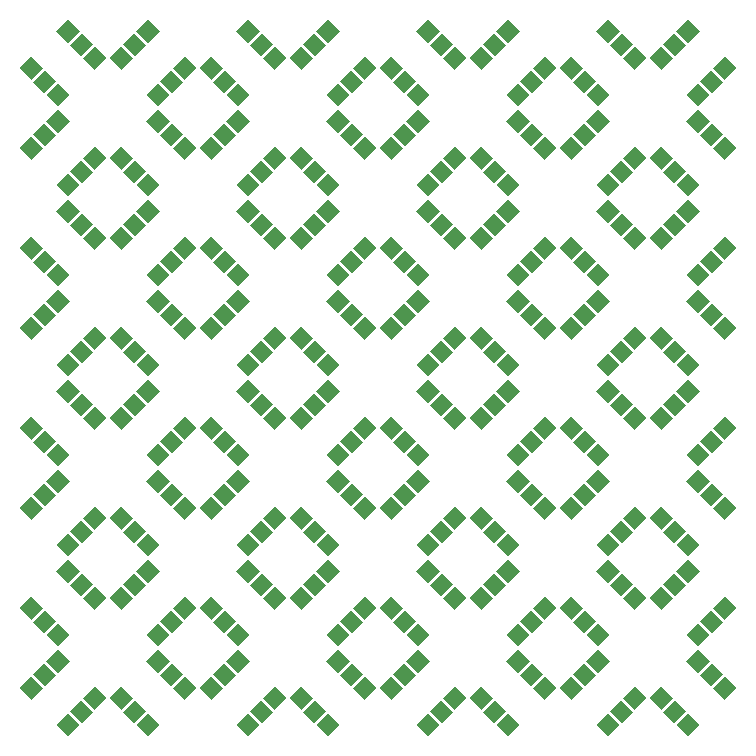
<source format=gtp>
G04 #@! TF.FileFunction,Paste,Top*
%FSLAX46Y46*%
G04 Gerber Fmt 4.6, Leading zero omitted, Abs format (unit mm)*
G04 Created by KiCad (PCBNEW 4.0.2-4+6225~38~ubuntu15.04.1-stable) date Fri Mar 18 16:27:35 2016*
%MOMM*%
G01*
G04 APERTURE LIST*
%ADD10C,0.254000*%
G04 APERTURE END LIST*
D10*
G36*
X53473045Y11854264D02*
X54462994Y12844213D01*
X55452943Y11854264D01*
X54462994Y10864315D01*
X53473045Y11854264D01*
X53473045Y11854264D01*
G37*
G36*
X56584315Y8742994D02*
X57574264Y9732943D01*
X58564213Y8742994D01*
X57574264Y7753045D01*
X56584315Y8742994D01*
X56584315Y8742994D01*
G37*
G36*
X57751041Y9909720D02*
X58670280Y10828959D01*
X59660229Y9839010D01*
X58740990Y8919771D01*
X57751041Y9909720D01*
X57751041Y9909720D01*
G37*
G36*
X54639771Y13020990D02*
X55559010Y13940229D01*
X56548959Y12950280D01*
X55629720Y12031041D01*
X54639771Y13020990D01*
X54639771Y13020990D01*
G37*
G36*
X55735787Y14117006D02*
X56725736Y15106955D01*
X57715685Y14117006D01*
X56725736Y13127057D01*
X55735787Y14117006D01*
X55735787Y14117006D01*
G37*
G36*
X58847057Y11005736D02*
X59837006Y11995685D01*
X60826955Y11005736D01*
X59837006Y10015787D01*
X58847057Y11005736D01*
X58847057Y11005736D01*
G37*
G36*
X38233045Y42334264D02*
X39222994Y43324213D01*
X40212943Y42334264D01*
X39222994Y41344315D01*
X38233045Y42334264D01*
X38233045Y42334264D01*
G37*
G36*
X41344315Y39222994D02*
X42334264Y40212943D01*
X43324213Y39222994D01*
X42334264Y38233045D01*
X41344315Y39222994D01*
X41344315Y39222994D01*
G37*
G36*
X42511041Y40389720D02*
X43430280Y41308959D01*
X44420229Y40319010D01*
X43500990Y39399771D01*
X42511041Y40389720D01*
X42511041Y40389720D01*
G37*
G36*
X39399771Y43500990D02*
X40319010Y44420229D01*
X41308959Y43430280D01*
X40389720Y42511041D01*
X39399771Y43500990D01*
X39399771Y43500990D01*
G37*
G36*
X40495787Y44597006D02*
X41485736Y45586955D01*
X42475685Y44597006D01*
X41485736Y43607057D01*
X40495787Y44597006D01*
X40495787Y44597006D01*
G37*
G36*
X43607057Y41485736D02*
X44597006Y42475685D01*
X45586955Y41485736D01*
X44597006Y40495787D01*
X43607057Y41485736D01*
X43607057Y41485736D01*
G37*
G36*
X57574264Y7486955D02*
X58564213Y6497006D01*
X57574264Y5507057D01*
X56584315Y6497006D01*
X57574264Y7486955D01*
X57574264Y7486955D01*
G37*
G36*
X54462994Y4375685D02*
X55452943Y3385736D01*
X54462994Y2395787D01*
X53473045Y3385736D01*
X54462994Y4375685D01*
X54462994Y4375685D01*
G37*
G36*
X55629720Y3208959D02*
X56548959Y2289720D01*
X55559010Y1299771D01*
X54639771Y2219010D01*
X55629720Y3208959D01*
X55629720Y3208959D01*
G37*
G36*
X58740990Y6320229D02*
X59660229Y5400990D01*
X58670280Y4411041D01*
X57751041Y5330280D01*
X58740990Y6320229D01*
X58740990Y6320229D01*
G37*
G36*
X59837006Y5224213D02*
X60826955Y4234264D01*
X59837006Y3244315D01*
X58847057Y4234264D01*
X59837006Y5224213D01*
X59837006Y5224213D01*
G37*
G36*
X56725736Y2112943D02*
X57715685Y1122994D01*
X56725736Y133045D01*
X55735787Y1122994D01*
X56725736Y2112943D01*
X56725736Y2112943D01*
G37*
G36*
X53206955Y3385736D02*
X52217006Y2395787D01*
X51227057Y3385736D01*
X52217006Y4375685D01*
X53206955Y3385736D01*
X53206955Y3385736D01*
G37*
G36*
X50095685Y6497006D02*
X49105736Y5507057D01*
X48115787Y6497006D01*
X49105736Y7486955D01*
X50095685Y6497006D01*
X50095685Y6497006D01*
G37*
G36*
X48928959Y5330280D02*
X48009720Y4411041D01*
X47019771Y5400990D01*
X47939010Y6320229D01*
X48928959Y5330280D01*
X48928959Y5330280D01*
G37*
G36*
X52040229Y2219010D02*
X51120990Y1299771D01*
X50131041Y2289720D01*
X51050280Y3208959D01*
X52040229Y2219010D01*
X52040229Y2219010D01*
G37*
G36*
X50944213Y1122994D02*
X49954264Y133045D01*
X48964315Y1122994D01*
X49954264Y2112943D01*
X50944213Y1122994D01*
X50944213Y1122994D01*
G37*
G36*
X47832943Y4234264D02*
X46842994Y3244315D01*
X45853045Y4234264D01*
X46842994Y5224213D01*
X47832943Y4234264D01*
X47832943Y4234264D01*
G37*
G36*
X42334264Y7486955D02*
X43324213Y6497006D01*
X42334264Y5507057D01*
X41344315Y6497006D01*
X42334264Y7486955D01*
X42334264Y7486955D01*
G37*
G36*
X39222994Y4375685D02*
X40212943Y3385736D01*
X39222994Y2395787D01*
X38233045Y3385736D01*
X39222994Y4375685D01*
X39222994Y4375685D01*
G37*
G36*
X40389720Y3208959D02*
X41308959Y2289720D01*
X40319010Y1299771D01*
X39399771Y2219010D01*
X40389720Y3208959D01*
X40389720Y3208959D01*
G37*
G36*
X43500990Y6320229D02*
X44420229Y5400990D01*
X43430280Y4411041D01*
X42511041Y5330280D01*
X43500990Y6320229D01*
X43500990Y6320229D01*
G37*
G36*
X44597006Y5224213D02*
X45586955Y4234264D01*
X44597006Y3244315D01*
X43607057Y4234264D01*
X44597006Y5224213D01*
X44597006Y5224213D01*
G37*
G36*
X41485736Y2112943D02*
X42475685Y1122994D01*
X41485736Y133045D01*
X40495787Y1122994D01*
X41485736Y2112943D01*
X41485736Y2112943D01*
G37*
G36*
X37966955Y3385736D02*
X36977006Y2395787D01*
X35987057Y3385736D01*
X36977006Y4375685D01*
X37966955Y3385736D01*
X37966955Y3385736D01*
G37*
G36*
X34855685Y6497006D02*
X33865736Y5507057D01*
X32875787Y6497006D01*
X33865736Y7486955D01*
X34855685Y6497006D01*
X34855685Y6497006D01*
G37*
G36*
X33688959Y5330280D02*
X32769720Y4411041D01*
X31779771Y5400990D01*
X32699010Y6320229D01*
X33688959Y5330280D01*
X33688959Y5330280D01*
G37*
G36*
X36800229Y2219010D02*
X35880990Y1299771D01*
X34891041Y2289720D01*
X35810280Y3208959D01*
X36800229Y2219010D01*
X36800229Y2219010D01*
G37*
G36*
X35704213Y1122994D02*
X34714264Y133045D01*
X33724315Y1122994D01*
X34714264Y2112943D01*
X35704213Y1122994D01*
X35704213Y1122994D01*
G37*
G36*
X32592943Y4234264D02*
X31602994Y3244315D01*
X30613045Y4234264D01*
X31602994Y5224213D01*
X32592943Y4234264D01*
X32592943Y4234264D01*
G37*
G36*
X27094264Y7486955D02*
X28084213Y6497006D01*
X27094264Y5507057D01*
X26104315Y6497006D01*
X27094264Y7486955D01*
X27094264Y7486955D01*
G37*
G36*
X23982994Y4375685D02*
X24972943Y3385736D01*
X23982994Y2395787D01*
X22993045Y3385736D01*
X23982994Y4375685D01*
X23982994Y4375685D01*
G37*
G36*
X25149720Y3208959D02*
X26068959Y2289720D01*
X25079010Y1299771D01*
X24159771Y2219010D01*
X25149720Y3208959D01*
X25149720Y3208959D01*
G37*
G36*
X28260990Y6320229D02*
X29180229Y5400990D01*
X28190280Y4411041D01*
X27271041Y5330280D01*
X28260990Y6320229D01*
X28260990Y6320229D01*
G37*
G36*
X29357006Y5224213D02*
X30346955Y4234264D01*
X29357006Y3244315D01*
X28367057Y4234264D01*
X29357006Y5224213D01*
X29357006Y5224213D01*
G37*
G36*
X26245736Y2112943D02*
X27235685Y1122994D01*
X26245736Y133045D01*
X25255787Y1122994D01*
X26245736Y2112943D01*
X26245736Y2112943D01*
G37*
G36*
X22726955Y3385736D02*
X21737006Y2395787D01*
X20747057Y3385736D01*
X21737006Y4375685D01*
X22726955Y3385736D01*
X22726955Y3385736D01*
G37*
G36*
X19615685Y6497006D02*
X18625736Y5507057D01*
X17635787Y6497006D01*
X18625736Y7486955D01*
X19615685Y6497006D01*
X19615685Y6497006D01*
G37*
G36*
X18448959Y5330280D02*
X17529720Y4411041D01*
X16539771Y5400990D01*
X17459010Y6320229D01*
X18448959Y5330280D01*
X18448959Y5330280D01*
G37*
G36*
X21560229Y2219010D02*
X20640990Y1299771D01*
X19651041Y2289720D01*
X20570280Y3208959D01*
X21560229Y2219010D01*
X21560229Y2219010D01*
G37*
G36*
X20464213Y1122994D02*
X19474264Y133045D01*
X18484315Y1122994D01*
X19474264Y2112943D01*
X20464213Y1122994D01*
X20464213Y1122994D01*
G37*
G36*
X17352943Y4234264D02*
X16362994Y3244315D01*
X15373045Y4234264D01*
X16362994Y5224213D01*
X17352943Y4234264D01*
X17352943Y4234264D01*
G37*
G36*
X11854264Y7486955D02*
X12844213Y6497006D01*
X11854264Y5507057D01*
X10864315Y6497006D01*
X11854264Y7486955D01*
X11854264Y7486955D01*
G37*
G36*
X8742994Y4375685D02*
X9732943Y3385736D01*
X8742994Y2395787D01*
X7753045Y3385736D01*
X8742994Y4375685D01*
X8742994Y4375685D01*
G37*
G36*
X9909720Y3208959D02*
X10828959Y2289720D01*
X9839010Y1299771D01*
X8919771Y2219010D01*
X9909720Y3208959D01*
X9909720Y3208959D01*
G37*
G36*
X13020990Y6320229D02*
X13940229Y5400990D01*
X12950280Y4411041D01*
X12031041Y5330280D01*
X13020990Y6320229D01*
X13020990Y6320229D01*
G37*
G36*
X14117006Y5224213D02*
X15106955Y4234264D01*
X14117006Y3244315D01*
X13127057Y4234264D01*
X14117006Y5224213D01*
X14117006Y5224213D01*
G37*
G36*
X11005736Y2112943D02*
X11995685Y1122994D01*
X11005736Y133045D01*
X10015787Y1122994D01*
X11005736Y2112943D01*
X11005736Y2112943D01*
G37*
G36*
X7486955Y3385736D02*
X6497006Y2395787D01*
X5507057Y3385736D01*
X6497006Y4375685D01*
X7486955Y3385736D01*
X7486955Y3385736D01*
G37*
G36*
X4375685Y6497006D02*
X3385736Y5507057D01*
X2395787Y6497006D01*
X3385736Y7486955D01*
X4375685Y6497006D01*
X4375685Y6497006D01*
G37*
G36*
X3208959Y5330280D02*
X2289720Y4411041D01*
X1299771Y5400990D01*
X2219010Y6320229D01*
X3208959Y5330280D01*
X3208959Y5330280D01*
G37*
G36*
X6320229Y2219010D02*
X5400990Y1299771D01*
X4411041Y2289720D01*
X5330280Y3208959D01*
X6320229Y2219010D01*
X6320229Y2219010D01*
G37*
G36*
X5224213Y1122994D02*
X4234264Y133045D01*
X3244315Y1122994D01*
X4234264Y2112943D01*
X5224213Y1122994D01*
X5224213Y1122994D01*
G37*
G36*
X2112943Y4234264D02*
X1122994Y3244315D01*
X133045Y4234264D01*
X1122994Y5224213D01*
X2112943Y4234264D01*
X2112943Y4234264D01*
G37*
G36*
X3385736Y22993045D02*
X2395787Y23982994D01*
X3385736Y24972943D01*
X4375685Y23982994D01*
X3385736Y22993045D01*
X3385736Y22993045D01*
G37*
G36*
X6497006Y26104315D02*
X5507057Y27094264D01*
X6497006Y28084213D01*
X7486955Y27094264D01*
X6497006Y26104315D01*
X6497006Y26104315D01*
G37*
G36*
X5330280Y27271041D02*
X4411041Y28190280D01*
X5400990Y29180229D01*
X6320229Y28260990D01*
X5330280Y27271041D01*
X5330280Y27271041D01*
G37*
G36*
X2219010Y24159771D02*
X1299771Y25079010D01*
X2289720Y26068959D01*
X3208959Y25149720D01*
X2219010Y24159771D01*
X2219010Y24159771D01*
G37*
G36*
X1122994Y25255787D02*
X133045Y26245736D01*
X1122994Y27235685D01*
X2112943Y26245736D01*
X1122994Y25255787D01*
X1122994Y25255787D01*
G37*
G36*
X4234264Y28367057D02*
X3244315Y29357006D01*
X4234264Y30346955D01*
X5224213Y29357006D01*
X4234264Y28367057D01*
X4234264Y28367057D01*
G37*
G36*
X3385736Y7753045D02*
X2395787Y8742994D01*
X3385736Y9732943D01*
X4375685Y8742994D01*
X3385736Y7753045D01*
X3385736Y7753045D01*
G37*
G36*
X6497006Y10864315D02*
X5507057Y11854264D01*
X6497006Y12844213D01*
X7486955Y11854264D01*
X6497006Y10864315D01*
X6497006Y10864315D01*
G37*
G36*
X5330280Y12031041D02*
X4411041Y12950280D01*
X5400990Y13940229D01*
X6320229Y13020990D01*
X5330280Y12031041D01*
X5330280Y12031041D01*
G37*
G36*
X2219010Y8919771D02*
X1299771Y9839010D01*
X2289720Y10828959D01*
X3208959Y9909720D01*
X2219010Y8919771D01*
X2219010Y8919771D01*
G37*
G36*
X1122994Y10015787D02*
X133045Y11005736D01*
X1122994Y11995685D01*
X2112943Y11005736D01*
X1122994Y10015787D01*
X1122994Y10015787D01*
G37*
G36*
X4234264Y13127057D02*
X3244315Y14117006D01*
X4234264Y15106955D01*
X5224213Y14117006D01*
X4234264Y13127057D01*
X4234264Y13127057D01*
G37*
G36*
X7486955Y18625736D02*
X6497006Y17635787D01*
X5507057Y18625736D01*
X6497006Y19615685D01*
X7486955Y18625736D01*
X7486955Y18625736D01*
G37*
G36*
X4375685Y21737006D02*
X3385736Y20747057D01*
X2395787Y21737006D01*
X3385736Y22726955D01*
X4375685Y21737006D01*
X4375685Y21737006D01*
G37*
G36*
X3208959Y20570280D02*
X2289720Y19651041D01*
X1299771Y20640990D01*
X2219010Y21560229D01*
X3208959Y20570280D01*
X3208959Y20570280D01*
G37*
G36*
X6320229Y17459010D02*
X5400990Y16539771D01*
X4411041Y17529720D01*
X5330280Y18448959D01*
X6320229Y17459010D01*
X6320229Y17459010D01*
G37*
G36*
X5224213Y16362994D02*
X4234264Y15373045D01*
X3244315Y16362994D01*
X4234264Y17352943D01*
X5224213Y16362994D01*
X5224213Y16362994D01*
G37*
G36*
X2112943Y19474264D02*
X1122994Y18484315D01*
X133045Y19474264D01*
X1122994Y20464213D01*
X2112943Y19474264D01*
X2112943Y19474264D01*
G37*
G36*
X7486955Y49105736D02*
X6497006Y48115787D01*
X5507057Y49105736D01*
X6497006Y50095685D01*
X7486955Y49105736D01*
X7486955Y49105736D01*
G37*
G36*
X4375685Y52217006D02*
X3385736Y51227057D01*
X2395787Y52217006D01*
X3385736Y53206955D01*
X4375685Y52217006D01*
X4375685Y52217006D01*
G37*
G36*
X3208959Y51050280D02*
X2289720Y50131041D01*
X1299771Y51120990D01*
X2219010Y52040229D01*
X3208959Y51050280D01*
X3208959Y51050280D01*
G37*
G36*
X6320229Y47939010D02*
X5400990Y47019771D01*
X4411041Y48009720D01*
X5330280Y48928959D01*
X6320229Y47939010D01*
X6320229Y47939010D01*
G37*
G36*
X5224213Y46842994D02*
X4234264Y45853045D01*
X3244315Y46842994D01*
X4234264Y47832943D01*
X5224213Y46842994D01*
X5224213Y46842994D01*
G37*
G36*
X2112943Y49954264D02*
X1122994Y48964315D01*
X133045Y49954264D01*
X1122994Y50944213D01*
X2112943Y49954264D01*
X2112943Y49954264D01*
G37*
G36*
X3385736Y53473045D02*
X2395787Y54462994D01*
X3385736Y55452943D01*
X4375685Y54462994D01*
X3385736Y53473045D01*
X3385736Y53473045D01*
G37*
G36*
X6497006Y56584315D02*
X5507057Y57574264D01*
X6497006Y58564213D01*
X7486955Y57574264D01*
X6497006Y56584315D01*
X6497006Y56584315D01*
G37*
G36*
X5330280Y57751041D02*
X4411041Y58670280D01*
X5400990Y59660229D01*
X6320229Y58740990D01*
X5330280Y57751041D01*
X5330280Y57751041D01*
G37*
G36*
X2219010Y54639771D02*
X1299771Y55559010D01*
X2289720Y56548959D01*
X3208959Y55629720D01*
X2219010Y54639771D01*
X2219010Y54639771D01*
G37*
G36*
X1122994Y55735787D02*
X133045Y56725736D01*
X1122994Y57715685D01*
X2112943Y56725736D01*
X1122994Y55735787D01*
X1122994Y55735787D01*
G37*
G36*
X4234264Y58847057D02*
X3244315Y59837006D01*
X4234264Y60826955D01*
X5224213Y59837006D01*
X4234264Y58847057D01*
X4234264Y58847057D01*
G37*
G36*
X7753045Y57574264D02*
X8742994Y58564213D01*
X9732943Y57574264D01*
X8742994Y56584315D01*
X7753045Y57574264D01*
X7753045Y57574264D01*
G37*
G36*
X10864315Y54462994D02*
X11854264Y55452943D01*
X12844213Y54462994D01*
X11854264Y53473045D01*
X10864315Y54462994D01*
X10864315Y54462994D01*
G37*
G36*
X12031041Y55629720D02*
X12950280Y56548959D01*
X13940229Y55559010D01*
X13020990Y54639771D01*
X12031041Y55629720D01*
X12031041Y55629720D01*
G37*
G36*
X8919771Y58740990D02*
X9839010Y59660229D01*
X10828959Y58670280D01*
X9909720Y57751041D01*
X8919771Y58740990D01*
X8919771Y58740990D01*
G37*
G36*
X10015787Y59837006D02*
X11005736Y60826955D01*
X11995685Y59837006D01*
X11005736Y58847057D01*
X10015787Y59837006D01*
X10015787Y59837006D01*
G37*
G36*
X13127057Y56725736D02*
X14117006Y57715685D01*
X15106955Y56725736D01*
X14117006Y55735787D01*
X13127057Y56725736D01*
X13127057Y56725736D01*
G37*
G36*
X11854264Y53206955D02*
X12844213Y52217006D01*
X11854264Y51227057D01*
X10864315Y52217006D01*
X11854264Y53206955D01*
X11854264Y53206955D01*
G37*
G36*
X8742994Y50095685D02*
X9732943Y49105736D01*
X8742994Y48115787D01*
X7753045Y49105736D01*
X8742994Y50095685D01*
X8742994Y50095685D01*
G37*
G36*
X9909720Y48928959D02*
X10828959Y48009720D01*
X9839010Y47019771D01*
X8919771Y47939010D01*
X9909720Y48928959D01*
X9909720Y48928959D01*
G37*
G36*
X13020990Y52040229D02*
X13940229Y51120990D01*
X12950280Y50131041D01*
X12031041Y51050280D01*
X13020990Y52040229D01*
X13020990Y52040229D01*
G37*
G36*
X14117006Y50944213D02*
X15106955Y49954264D01*
X14117006Y48964315D01*
X13127057Y49954264D01*
X14117006Y50944213D01*
X14117006Y50944213D01*
G37*
G36*
X11005736Y47832943D02*
X11995685Y46842994D01*
X11005736Y45853045D01*
X10015787Y46842994D01*
X11005736Y47832943D01*
X11005736Y47832943D01*
G37*
G36*
X7753045Y27094264D02*
X8742994Y28084213D01*
X9732943Y27094264D01*
X8742994Y26104315D01*
X7753045Y27094264D01*
X7753045Y27094264D01*
G37*
G36*
X10864315Y23982994D02*
X11854264Y24972943D01*
X12844213Y23982994D01*
X11854264Y22993045D01*
X10864315Y23982994D01*
X10864315Y23982994D01*
G37*
G36*
X12031041Y25149720D02*
X12950280Y26068959D01*
X13940229Y25079010D01*
X13020990Y24159771D01*
X12031041Y25149720D01*
X12031041Y25149720D01*
G37*
G36*
X8919771Y28260990D02*
X9839010Y29180229D01*
X10828959Y28190280D01*
X9909720Y27271041D01*
X8919771Y28260990D01*
X8919771Y28260990D01*
G37*
G36*
X10015787Y29357006D02*
X11005736Y30346955D01*
X11995685Y29357006D01*
X11005736Y28367057D01*
X10015787Y29357006D01*
X10015787Y29357006D01*
G37*
G36*
X13127057Y26245736D02*
X14117006Y27235685D01*
X15106955Y26245736D01*
X14117006Y25255787D01*
X13127057Y26245736D01*
X13127057Y26245736D01*
G37*
G36*
X11854264Y22726955D02*
X12844213Y21737006D01*
X11854264Y20747057D01*
X10864315Y21737006D01*
X11854264Y22726955D01*
X11854264Y22726955D01*
G37*
G36*
X8742994Y19615685D02*
X9732943Y18625736D01*
X8742994Y17635787D01*
X7753045Y18625736D01*
X8742994Y19615685D01*
X8742994Y19615685D01*
G37*
G36*
X9909720Y18448959D02*
X10828959Y17529720D01*
X9839010Y16539771D01*
X8919771Y17459010D01*
X9909720Y18448959D01*
X9909720Y18448959D01*
G37*
G36*
X13020990Y21560229D02*
X13940229Y20640990D01*
X12950280Y19651041D01*
X12031041Y20570280D01*
X13020990Y21560229D01*
X13020990Y21560229D01*
G37*
G36*
X14117006Y20464213D02*
X15106955Y19474264D01*
X14117006Y18484315D01*
X13127057Y19474264D01*
X14117006Y20464213D01*
X14117006Y20464213D01*
G37*
G36*
X11005736Y17352943D02*
X11995685Y16362994D01*
X11005736Y15373045D01*
X10015787Y16362994D01*
X11005736Y17352943D01*
X11005736Y17352943D01*
G37*
G36*
X7753045Y11854264D02*
X8742994Y12844213D01*
X9732943Y11854264D01*
X8742994Y10864315D01*
X7753045Y11854264D01*
X7753045Y11854264D01*
G37*
G36*
X10864315Y8742994D02*
X11854264Y9732943D01*
X12844213Y8742994D01*
X11854264Y7753045D01*
X10864315Y8742994D01*
X10864315Y8742994D01*
G37*
G36*
X12031041Y9909720D02*
X12950280Y10828959D01*
X13940229Y9839010D01*
X13020990Y8919771D01*
X12031041Y9909720D01*
X12031041Y9909720D01*
G37*
G36*
X8919771Y13020990D02*
X9839010Y13940229D01*
X10828959Y12950280D01*
X9909720Y12031041D01*
X8919771Y13020990D01*
X8919771Y13020990D01*
G37*
G36*
X10015787Y14117006D02*
X11005736Y15106955D01*
X11995685Y14117006D01*
X11005736Y13127057D01*
X10015787Y14117006D01*
X10015787Y14117006D01*
G37*
G36*
X13127057Y11005736D02*
X14117006Y11995685D01*
X15106955Y11005736D01*
X14117006Y10015787D01*
X13127057Y11005736D01*
X13127057Y11005736D01*
G37*
G36*
X18625736Y7753045D02*
X17635787Y8742994D01*
X18625736Y9732943D01*
X19615685Y8742994D01*
X18625736Y7753045D01*
X18625736Y7753045D01*
G37*
G36*
X21737006Y10864315D02*
X20747057Y11854264D01*
X21737006Y12844213D01*
X22726955Y11854264D01*
X21737006Y10864315D01*
X21737006Y10864315D01*
G37*
G36*
X20570280Y12031041D02*
X19651041Y12950280D01*
X20640990Y13940229D01*
X21560229Y13020990D01*
X20570280Y12031041D01*
X20570280Y12031041D01*
G37*
G36*
X17459010Y8919771D02*
X16539771Y9839010D01*
X17529720Y10828959D01*
X18448959Y9909720D01*
X17459010Y8919771D01*
X17459010Y8919771D01*
G37*
G36*
X16362994Y10015787D02*
X15373045Y11005736D01*
X16362994Y11995685D01*
X17352943Y11005736D01*
X16362994Y10015787D01*
X16362994Y10015787D01*
G37*
G36*
X19474264Y13127057D02*
X18484315Y14117006D01*
X19474264Y15106955D01*
X20464213Y14117006D01*
X19474264Y13127057D01*
X19474264Y13127057D01*
G37*
G36*
X18625736Y22993045D02*
X17635787Y23982994D01*
X18625736Y24972943D01*
X19615685Y23982994D01*
X18625736Y22993045D01*
X18625736Y22993045D01*
G37*
G36*
X21737006Y26104315D02*
X20747057Y27094264D01*
X21737006Y28084213D01*
X22726955Y27094264D01*
X21737006Y26104315D01*
X21737006Y26104315D01*
G37*
G36*
X20570280Y27271041D02*
X19651041Y28190280D01*
X20640990Y29180229D01*
X21560229Y28260990D01*
X20570280Y27271041D01*
X20570280Y27271041D01*
G37*
G36*
X17459010Y24159771D02*
X16539771Y25079010D01*
X17529720Y26068959D01*
X18448959Y25149720D01*
X17459010Y24159771D01*
X17459010Y24159771D01*
G37*
G36*
X16362994Y25255787D02*
X15373045Y26245736D01*
X16362994Y27235685D01*
X17352943Y26245736D01*
X16362994Y25255787D01*
X16362994Y25255787D01*
G37*
G36*
X19474264Y28367057D02*
X18484315Y29357006D01*
X19474264Y30346955D01*
X20464213Y29357006D01*
X19474264Y28367057D01*
X19474264Y28367057D01*
G37*
G36*
X22726955Y33865736D02*
X21737006Y32875787D01*
X20747057Y33865736D01*
X21737006Y34855685D01*
X22726955Y33865736D01*
X22726955Y33865736D01*
G37*
G36*
X19615685Y36977006D02*
X18625736Y35987057D01*
X17635787Y36977006D01*
X18625736Y37966955D01*
X19615685Y36977006D01*
X19615685Y36977006D01*
G37*
G36*
X18448959Y35810280D02*
X17529720Y34891041D01*
X16539771Y35880990D01*
X17459010Y36800229D01*
X18448959Y35810280D01*
X18448959Y35810280D01*
G37*
G36*
X21560229Y32699010D02*
X20640990Y31779771D01*
X19651041Y32769720D01*
X20570280Y33688959D01*
X21560229Y32699010D01*
X21560229Y32699010D01*
G37*
G36*
X20464213Y31602994D02*
X19474264Y30613045D01*
X18484315Y31602994D01*
X19474264Y32592943D01*
X20464213Y31602994D01*
X20464213Y31602994D01*
G37*
G36*
X17352943Y34714264D02*
X16362994Y33724315D01*
X15373045Y34714264D01*
X16362994Y35704213D01*
X17352943Y34714264D01*
X17352943Y34714264D01*
G37*
G36*
X18625736Y38233045D02*
X17635787Y39222994D01*
X18625736Y40212943D01*
X19615685Y39222994D01*
X18625736Y38233045D01*
X18625736Y38233045D01*
G37*
G36*
X21737006Y41344315D02*
X20747057Y42334264D01*
X21737006Y43324213D01*
X22726955Y42334264D01*
X21737006Y41344315D01*
X21737006Y41344315D01*
G37*
G36*
X20570280Y42511041D02*
X19651041Y43430280D01*
X20640990Y44420229D01*
X21560229Y43500990D01*
X20570280Y42511041D01*
X20570280Y42511041D01*
G37*
G36*
X17459010Y39399771D02*
X16539771Y40319010D01*
X17529720Y41308959D01*
X18448959Y40389720D01*
X17459010Y39399771D01*
X17459010Y39399771D01*
G37*
G36*
X16362994Y40495787D02*
X15373045Y41485736D01*
X16362994Y42475685D01*
X17352943Y41485736D01*
X16362994Y40495787D01*
X16362994Y40495787D01*
G37*
G36*
X19474264Y43607057D02*
X18484315Y44597006D01*
X19474264Y45586955D01*
X20464213Y44597006D01*
X19474264Y43607057D01*
X19474264Y43607057D01*
G37*
G36*
X18625736Y53473045D02*
X17635787Y54462994D01*
X18625736Y55452943D01*
X19615685Y54462994D01*
X18625736Y53473045D01*
X18625736Y53473045D01*
G37*
G36*
X21737006Y56584315D02*
X20747057Y57574264D01*
X21737006Y58564213D01*
X22726955Y57574264D01*
X21737006Y56584315D01*
X21737006Y56584315D01*
G37*
G36*
X20570280Y57751041D02*
X19651041Y58670280D01*
X20640990Y59660229D01*
X21560229Y58740990D01*
X20570280Y57751041D01*
X20570280Y57751041D01*
G37*
G36*
X17459010Y54639771D02*
X16539771Y55559010D01*
X17529720Y56548959D01*
X18448959Y55629720D01*
X17459010Y54639771D01*
X17459010Y54639771D01*
G37*
G36*
X16362994Y55735787D02*
X15373045Y56725736D01*
X16362994Y57715685D01*
X17352943Y56725736D01*
X16362994Y55735787D01*
X16362994Y55735787D01*
G37*
G36*
X19474264Y58847057D02*
X18484315Y59837006D01*
X19474264Y60826955D01*
X20464213Y59837006D01*
X19474264Y58847057D01*
X19474264Y58847057D01*
G37*
G36*
X22993045Y57574264D02*
X23982994Y58564213D01*
X24972943Y57574264D01*
X23982994Y56584315D01*
X22993045Y57574264D01*
X22993045Y57574264D01*
G37*
G36*
X26104315Y54462994D02*
X27094264Y55452943D01*
X28084213Y54462994D01*
X27094264Y53473045D01*
X26104315Y54462994D01*
X26104315Y54462994D01*
G37*
G36*
X27271041Y55629720D02*
X28190280Y56548959D01*
X29180229Y55559010D01*
X28260990Y54639771D01*
X27271041Y55629720D01*
X27271041Y55629720D01*
G37*
G36*
X24159771Y58740990D02*
X25079010Y59660229D01*
X26068959Y58670280D01*
X25149720Y57751041D01*
X24159771Y58740990D01*
X24159771Y58740990D01*
G37*
G36*
X25255787Y59837006D02*
X26245736Y60826955D01*
X27235685Y59837006D01*
X26245736Y58847057D01*
X25255787Y59837006D01*
X25255787Y59837006D01*
G37*
G36*
X28367057Y56725736D02*
X29357006Y57715685D01*
X30346955Y56725736D01*
X29357006Y55735787D01*
X28367057Y56725736D01*
X28367057Y56725736D01*
G37*
G36*
X27094264Y53206955D02*
X28084213Y52217006D01*
X27094264Y51227057D01*
X26104315Y52217006D01*
X27094264Y53206955D01*
X27094264Y53206955D01*
G37*
G36*
X23982994Y50095685D02*
X24972943Y49105736D01*
X23982994Y48115787D01*
X22993045Y49105736D01*
X23982994Y50095685D01*
X23982994Y50095685D01*
G37*
G36*
X25149720Y48928959D02*
X26068959Y48009720D01*
X25079010Y47019771D01*
X24159771Y47939010D01*
X25149720Y48928959D01*
X25149720Y48928959D01*
G37*
G36*
X28260990Y52040229D02*
X29180229Y51120990D01*
X28190280Y50131041D01*
X27271041Y51050280D01*
X28260990Y52040229D01*
X28260990Y52040229D01*
G37*
G36*
X29357006Y50944213D02*
X30346955Y49954264D01*
X29357006Y48964315D01*
X28367057Y49954264D01*
X29357006Y50944213D01*
X29357006Y50944213D01*
G37*
G36*
X26245736Y47832943D02*
X27235685Y46842994D01*
X26245736Y45853045D01*
X25255787Y46842994D01*
X26245736Y47832943D01*
X26245736Y47832943D01*
G37*
G36*
X22993045Y42334264D02*
X23982994Y43324213D01*
X24972943Y42334264D01*
X23982994Y41344315D01*
X22993045Y42334264D01*
X22993045Y42334264D01*
G37*
G36*
X26104315Y39222994D02*
X27094264Y40212943D01*
X28084213Y39222994D01*
X27094264Y38233045D01*
X26104315Y39222994D01*
X26104315Y39222994D01*
G37*
G36*
X27271041Y40389720D02*
X28190280Y41308959D01*
X29180229Y40319010D01*
X28260990Y39399771D01*
X27271041Y40389720D01*
X27271041Y40389720D01*
G37*
G36*
X24159771Y43500990D02*
X25079010Y44420229D01*
X26068959Y43430280D01*
X25149720Y42511041D01*
X24159771Y43500990D01*
X24159771Y43500990D01*
G37*
G36*
X25255787Y44597006D02*
X26245736Y45586955D01*
X27235685Y44597006D01*
X26245736Y43607057D01*
X25255787Y44597006D01*
X25255787Y44597006D01*
G37*
G36*
X28367057Y41485736D02*
X29357006Y42475685D01*
X30346955Y41485736D01*
X29357006Y40495787D01*
X28367057Y41485736D01*
X28367057Y41485736D01*
G37*
G36*
X27094264Y37966955D02*
X28084213Y36977006D01*
X27094264Y35987057D01*
X26104315Y36977006D01*
X27094264Y37966955D01*
X27094264Y37966955D01*
G37*
G36*
X23982994Y34855685D02*
X24972943Y33865736D01*
X23982994Y32875787D01*
X22993045Y33865736D01*
X23982994Y34855685D01*
X23982994Y34855685D01*
G37*
G36*
X25149720Y33688959D02*
X26068959Y32769720D01*
X25079010Y31779771D01*
X24159771Y32699010D01*
X25149720Y33688959D01*
X25149720Y33688959D01*
G37*
G36*
X28260990Y36800229D02*
X29180229Y35880990D01*
X28190280Y34891041D01*
X27271041Y35810280D01*
X28260990Y36800229D01*
X28260990Y36800229D01*
G37*
G36*
X29357006Y35704213D02*
X30346955Y34714264D01*
X29357006Y33724315D01*
X28367057Y34714264D01*
X29357006Y35704213D01*
X29357006Y35704213D01*
G37*
G36*
X26245736Y32592943D02*
X27235685Y31602994D01*
X26245736Y30613045D01*
X25255787Y31602994D01*
X26245736Y32592943D01*
X26245736Y32592943D01*
G37*
G36*
X22993045Y27094264D02*
X23982994Y28084213D01*
X24972943Y27094264D01*
X23982994Y26104315D01*
X22993045Y27094264D01*
X22993045Y27094264D01*
G37*
G36*
X26104315Y23982994D02*
X27094264Y24972943D01*
X28084213Y23982994D01*
X27094264Y22993045D01*
X26104315Y23982994D01*
X26104315Y23982994D01*
G37*
G36*
X27271041Y25149720D02*
X28190280Y26068959D01*
X29180229Y25079010D01*
X28260990Y24159771D01*
X27271041Y25149720D01*
X27271041Y25149720D01*
G37*
G36*
X24159771Y28260990D02*
X25079010Y29180229D01*
X26068959Y28190280D01*
X25149720Y27271041D01*
X24159771Y28260990D01*
X24159771Y28260990D01*
G37*
G36*
X25255787Y29357006D02*
X26245736Y30346955D01*
X27235685Y29357006D01*
X26245736Y28367057D01*
X25255787Y29357006D01*
X25255787Y29357006D01*
G37*
G36*
X28367057Y26245736D02*
X29357006Y27235685D01*
X30346955Y26245736D01*
X29357006Y25255787D01*
X28367057Y26245736D01*
X28367057Y26245736D01*
G37*
G36*
X27094264Y22726955D02*
X28084213Y21737006D01*
X27094264Y20747057D01*
X26104315Y21737006D01*
X27094264Y22726955D01*
X27094264Y22726955D01*
G37*
G36*
X23982994Y19615685D02*
X24972943Y18625736D01*
X23982994Y17635787D01*
X22993045Y18625736D01*
X23982994Y19615685D01*
X23982994Y19615685D01*
G37*
G36*
X25149720Y18448959D02*
X26068959Y17529720D01*
X25079010Y16539771D01*
X24159771Y17459010D01*
X25149720Y18448959D01*
X25149720Y18448959D01*
G37*
G36*
X28260990Y21560229D02*
X29180229Y20640990D01*
X28190280Y19651041D01*
X27271041Y20570280D01*
X28260990Y21560229D01*
X28260990Y21560229D01*
G37*
G36*
X29357006Y20464213D02*
X30346955Y19474264D01*
X29357006Y18484315D01*
X28367057Y19474264D01*
X29357006Y20464213D01*
X29357006Y20464213D01*
G37*
G36*
X26245736Y17352943D02*
X27235685Y16362994D01*
X26245736Y15373045D01*
X25255787Y16362994D01*
X26245736Y17352943D01*
X26245736Y17352943D01*
G37*
G36*
X22993045Y11854264D02*
X23982994Y12844213D01*
X24972943Y11854264D01*
X23982994Y10864315D01*
X22993045Y11854264D01*
X22993045Y11854264D01*
G37*
G36*
X26104315Y8742994D02*
X27094264Y9732943D01*
X28084213Y8742994D01*
X27094264Y7753045D01*
X26104315Y8742994D01*
X26104315Y8742994D01*
G37*
G36*
X27271041Y9909720D02*
X28190280Y10828959D01*
X29180229Y9839010D01*
X28260990Y8919771D01*
X27271041Y9909720D01*
X27271041Y9909720D01*
G37*
G36*
X24159771Y13020990D02*
X25079010Y13940229D01*
X26068959Y12950280D01*
X25149720Y12031041D01*
X24159771Y13020990D01*
X24159771Y13020990D01*
G37*
G36*
X25255787Y14117006D02*
X26245736Y15106955D01*
X27235685Y14117006D01*
X26245736Y13127057D01*
X25255787Y14117006D01*
X25255787Y14117006D01*
G37*
G36*
X28367057Y11005736D02*
X29357006Y11995685D01*
X30346955Y11005736D01*
X29357006Y10015787D01*
X28367057Y11005736D01*
X28367057Y11005736D01*
G37*
G36*
X33865736Y7753045D02*
X32875787Y8742994D01*
X33865736Y9732943D01*
X34855685Y8742994D01*
X33865736Y7753045D01*
X33865736Y7753045D01*
G37*
G36*
X36977006Y10864315D02*
X35987057Y11854264D01*
X36977006Y12844213D01*
X37966955Y11854264D01*
X36977006Y10864315D01*
X36977006Y10864315D01*
G37*
G36*
X35810280Y12031041D02*
X34891041Y12950280D01*
X35880990Y13940229D01*
X36800229Y13020990D01*
X35810280Y12031041D01*
X35810280Y12031041D01*
G37*
G36*
X32699010Y8919771D02*
X31779771Y9839010D01*
X32769720Y10828959D01*
X33688959Y9909720D01*
X32699010Y8919771D01*
X32699010Y8919771D01*
G37*
G36*
X31602994Y10015787D02*
X30613045Y11005736D01*
X31602994Y11995685D01*
X32592943Y11005736D01*
X31602994Y10015787D01*
X31602994Y10015787D01*
G37*
G36*
X34714264Y13127057D02*
X33724315Y14117006D01*
X34714264Y15106955D01*
X35704213Y14117006D01*
X34714264Y13127057D01*
X34714264Y13127057D01*
G37*
G36*
X37966955Y18625736D02*
X36977006Y17635787D01*
X35987057Y18625736D01*
X36977006Y19615685D01*
X37966955Y18625736D01*
X37966955Y18625736D01*
G37*
G36*
X34855685Y21737006D02*
X33865736Y20747057D01*
X32875787Y21737006D01*
X33865736Y22726955D01*
X34855685Y21737006D01*
X34855685Y21737006D01*
G37*
G36*
X33688959Y20570280D02*
X32769720Y19651041D01*
X31779771Y20640990D01*
X32699010Y21560229D01*
X33688959Y20570280D01*
X33688959Y20570280D01*
G37*
G36*
X36800229Y17459010D02*
X35880990Y16539771D01*
X34891041Y17529720D01*
X35810280Y18448959D01*
X36800229Y17459010D01*
X36800229Y17459010D01*
G37*
G36*
X35704213Y16362994D02*
X34714264Y15373045D01*
X33724315Y16362994D01*
X34714264Y17352943D01*
X35704213Y16362994D01*
X35704213Y16362994D01*
G37*
G36*
X32592943Y19474264D02*
X31602994Y18484315D01*
X30613045Y19474264D01*
X31602994Y20464213D01*
X32592943Y19474264D01*
X32592943Y19474264D01*
G37*
G36*
X33865736Y22993045D02*
X32875787Y23982994D01*
X33865736Y24972943D01*
X34855685Y23982994D01*
X33865736Y22993045D01*
X33865736Y22993045D01*
G37*
G36*
X36977006Y26104315D02*
X35987057Y27094264D01*
X36977006Y28084213D01*
X37966955Y27094264D01*
X36977006Y26104315D01*
X36977006Y26104315D01*
G37*
G36*
X35810280Y27271041D02*
X34891041Y28190280D01*
X35880990Y29180229D01*
X36800229Y28260990D01*
X35810280Y27271041D01*
X35810280Y27271041D01*
G37*
G36*
X32699010Y24159771D02*
X31779771Y25079010D01*
X32769720Y26068959D01*
X33688959Y25149720D01*
X32699010Y24159771D01*
X32699010Y24159771D01*
G37*
G36*
X31602994Y25255787D02*
X30613045Y26245736D01*
X31602994Y27235685D01*
X32592943Y26245736D01*
X31602994Y25255787D01*
X31602994Y25255787D01*
G37*
G36*
X34714264Y28367057D02*
X33724315Y29357006D01*
X34714264Y30346955D01*
X35704213Y29357006D01*
X34714264Y28367057D01*
X34714264Y28367057D01*
G37*
G36*
X37966955Y33865736D02*
X36977006Y32875787D01*
X35987057Y33865736D01*
X36977006Y34855685D01*
X37966955Y33865736D01*
X37966955Y33865736D01*
G37*
G36*
X34855685Y36977006D02*
X33865736Y35987057D01*
X32875787Y36977006D01*
X33865736Y37966955D01*
X34855685Y36977006D01*
X34855685Y36977006D01*
G37*
G36*
X33688959Y35810280D02*
X32769720Y34891041D01*
X31779771Y35880990D01*
X32699010Y36800229D01*
X33688959Y35810280D01*
X33688959Y35810280D01*
G37*
G36*
X36800229Y32699010D02*
X35880990Y31779771D01*
X34891041Y32769720D01*
X35810280Y33688959D01*
X36800229Y32699010D01*
X36800229Y32699010D01*
G37*
G36*
X35704213Y31602994D02*
X34714264Y30613045D01*
X33724315Y31602994D01*
X34714264Y32592943D01*
X35704213Y31602994D01*
X35704213Y31602994D01*
G37*
G36*
X32592943Y34714264D02*
X31602994Y33724315D01*
X30613045Y34714264D01*
X31602994Y35704213D01*
X32592943Y34714264D01*
X32592943Y34714264D01*
G37*
G36*
X37966955Y49105736D02*
X36977006Y48115787D01*
X35987057Y49105736D01*
X36977006Y50095685D01*
X37966955Y49105736D01*
X37966955Y49105736D01*
G37*
G36*
X34855685Y52217006D02*
X33865736Y51227057D01*
X32875787Y52217006D01*
X33865736Y53206955D01*
X34855685Y52217006D01*
X34855685Y52217006D01*
G37*
G36*
X33688959Y51050280D02*
X32769720Y50131041D01*
X31779771Y51120990D01*
X32699010Y52040229D01*
X33688959Y51050280D01*
X33688959Y51050280D01*
G37*
G36*
X36800229Y47939010D02*
X35880990Y47019771D01*
X34891041Y48009720D01*
X35810280Y48928959D01*
X36800229Y47939010D01*
X36800229Y47939010D01*
G37*
G36*
X35704213Y46842994D02*
X34714264Y45853045D01*
X33724315Y46842994D01*
X34714264Y47832943D01*
X35704213Y46842994D01*
X35704213Y46842994D01*
G37*
G36*
X32592943Y49954264D02*
X31602994Y48964315D01*
X30613045Y49954264D01*
X31602994Y50944213D01*
X32592943Y49954264D01*
X32592943Y49954264D01*
G37*
G36*
X33865736Y53473045D02*
X32875787Y54462994D01*
X33865736Y55452943D01*
X34855685Y54462994D01*
X33865736Y53473045D01*
X33865736Y53473045D01*
G37*
G36*
X36977006Y56584315D02*
X35987057Y57574264D01*
X36977006Y58564213D01*
X37966955Y57574264D01*
X36977006Y56584315D01*
X36977006Y56584315D01*
G37*
G36*
X35810280Y57751041D02*
X34891041Y58670280D01*
X35880990Y59660229D01*
X36800229Y58740990D01*
X35810280Y57751041D01*
X35810280Y57751041D01*
G37*
G36*
X32699010Y54639771D02*
X31779771Y55559010D01*
X32769720Y56548959D01*
X33688959Y55629720D01*
X32699010Y54639771D01*
X32699010Y54639771D01*
G37*
G36*
X31602994Y55735787D02*
X30613045Y56725736D01*
X31602994Y57715685D01*
X32592943Y56725736D01*
X31602994Y55735787D01*
X31602994Y55735787D01*
G37*
G36*
X34714264Y58847057D02*
X33724315Y59837006D01*
X34714264Y60826955D01*
X35704213Y59837006D01*
X34714264Y58847057D01*
X34714264Y58847057D01*
G37*
G36*
X38233045Y57574264D02*
X39222994Y58564213D01*
X40212943Y57574264D01*
X39222994Y56584315D01*
X38233045Y57574264D01*
X38233045Y57574264D01*
G37*
G36*
X41344315Y54462994D02*
X42334264Y55452943D01*
X43324213Y54462994D01*
X42334264Y53473045D01*
X41344315Y54462994D01*
X41344315Y54462994D01*
G37*
G36*
X42511041Y55629720D02*
X43430280Y56548959D01*
X44420229Y55559010D01*
X43500990Y54639771D01*
X42511041Y55629720D01*
X42511041Y55629720D01*
G37*
G36*
X39399771Y58740990D02*
X40319010Y59660229D01*
X41308959Y58670280D01*
X40389720Y57751041D01*
X39399771Y58740990D01*
X39399771Y58740990D01*
G37*
G36*
X40495787Y59837006D02*
X41485736Y60826955D01*
X42475685Y59837006D01*
X41485736Y58847057D01*
X40495787Y59837006D01*
X40495787Y59837006D01*
G37*
G36*
X43607057Y56725736D02*
X44597006Y57715685D01*
X45586955Y56725736D01*
X44597006Y55735787D01*
X43607057Y56725736D01*
X43607057Y56725736D01*
G37*
G36*
X42334264Y53206955D02*
X43324213Y52217006D01*
X42334264Y51227057D01*
X41344315Y52217006D01*
X42334264Y53206955D01*
X42334264Y53206955D01*
G37*
G36*
X39222994Y50095685D02*
X40212943Y49105736D01*
X39222994Y48115787D01*
X38233045Y49105736D01*
X39222994Y50095685D01*
X39222994Y50095685D01*
G37*
G36*
X40389720Y48928959D02*
X41308959Y48009720D01*
X40319010Y47019771D01*
X39399771Y47939010D01*
X40389720Y48928959D01*
X40389720Y48928959D01*
G37*
G36*
X43500990Y52040229D02*
X44420229Y51120990D01*
X43430280Y50131041D01*
X42511041Y51050280D01*
X43500990Y52040229D01*
X43500990Y52040229D01*
G37*
G36*
X44597006Y50944213D02*
X45586955Y49954264D01*
X44597006Y48964315D01*
X43607057Y49954264D01*
X44597006Y50944213D01*
X44597006Y50944213D01*
G37*
G36*
X41485736Y47832943D02*
X42475685Y46842994D01*
X41485736Y45853045D01*
X40495787Y46842994D01*
X41485736Y47832943D01*
X41485736Y47832943D01*
G37*
G36*
X42334264Y37966955D02*
X43324213Y36977006D01*
X42334264Y35987057D01*
X41344315Y36977006D01*
X42334264Y37966955D01*
X42334264Y37966955D01*
G37*
G36*
X39222994Y34855685D02*
X40212943Y33865736D01*
X39222994Y32875787D01*
X38233045Y33865736D01*
X39222994Y34855685D01*
X39222994Y34855685D01*
G37*
G36*
X40389720Y33688959D02*
X41308959Y32769720D01*
X40319010Y31779771D01*
X39399771Y32699010D01*
X40389720Y33688959D01*
X40389720Y33688959D01*
G37*
G36*
X43500990Y36800229D02*
X44420229Y35880990D01*
X43430280Y34891041D01*
X42511041Y35810280D01*
X43500990Y36800229D01*
X43500990Y36800229D01*
G37*
G36*
X44597006Y35704213D02*
X45586955Y34714264D01*
X44597006Y33724315D01*
X43607057Y34714264D01*
X44597006Y35704213D01*
X44597006Y35704213D01*
G37*
G36*
X41485736Y32592943D02*
X42475685Y31602994D01*
X41485736Y30613045D01*
X40495787Y31602994D01*
X41485736Y32592943D01*
X41485736Y32592943D01*
G37*
G36*
X38233045Y27094264D02*
X39222994Y28084213D01*
X40212943Y27094264D01*
X39222994Y26104315D01*
X38233045Y27094264D01*
X38233045Y27094264D01*
G37*
G36*
X41344315Y23982994D02*
X42334264Y24972943D01*
X43324213Y23982994D01*
X42334264Y22993045D01*
X41344315Y23982994D01*
X41344315Y23982994D01*
G37*
G36*
X42511041Y25149720D02*
X43430280Y26068959D01*
X44420229Y25079010D01*
X43500990Y24159771D01*
X42511041Y25149720D01*
X42511041Y25149720D01*
G37*
G36*
X39399771Y28260990D02*
X40319010Y29180229D01*
X41308959Y28190280D01*
X40389720Y27271041D01*
X39399771Y28260990D01*
X39399771Y28260990D01*
G37*
G36*
X40495787Y29357006D02*
X41485736Y30346955D01*
X42475685Y29357006D01*
X41485736Y28367057D01*
X40495787Y29357006D01*
X40495787Y29357006D01*
G37*
G36*
X43607057Y26245736D02*
X44597006Y27235685D01*
X45586955Y26245736D01*
X44597006Y25255787D01*
X43607057Y26245736D01*
X43607057Y26245736D01*
G37*
G36*
X42334264Y22726955D02*
X43324213Y21737006D01*
X42334264Y20747057D01*
X41344315Y21737006D01*
X42334264Y22726955D01*
X42334264Y22726955D01*
G37*
G36*
X39222994Y19615685D02*
X40212943Y18625736D01*
X39222994Y17635787D01*
X38233045Y18625736D01*
X39222994Y19615685D01*
X39222994Y19615685D01*
G37*
G36*
X40389720Y18448959D02*
X41308959Y17529720D01*
X40319010Y16539771D01*
X39399771Y17459010D01*
X40389720Y18448959D01*
X40389720Y18448959D01*
G37*
G36*
X43500990Y21560229D02*
X44420229Y20640990D01*
X43430280Y19651041D01*
X42511041Y20570280D01*
X43500990Y21560229D01*
X43500990Y21560229D01*
G37*
G36*
X44597006Y20464213D02*
X45586955Y19474264D01*
X44597006Y18484315D01*
X43607057Y19474264D01*
X44597006Y20464213D01*
X44597006Y20464213D01*
G37*
G36*
X41485736Y17352943D02*
X42475685Y16362994D01*
X41485736Y15373045D01*
X40495787Y16362994D01*
X41485736Y17352943D01*
X41485736Y17352943D01*
G37*
G36*
X38233045Y11854264D02*
X39222994Y12844213D01*
X40212943Y11854264D01*
X39222994Y10864315D01*
X38233045Y11854264D01*
X38233045Y11854264D01*
G37*
G36*
X41344315Y8742994D02*
X42334264Y9732943D01*
X43324213Y8742994D01*
X42334264Y7753045D01*
X41344315Y8742994D01*
X41344315Y8742994D01*
G37*
G36*
X42511041Y9909720D02*
X43430280Y10828959D01*
X44420229Y9839010D01*
X43500990Y8919771D01*
X42511041Y9909720D01*
X42511041Y9909720D01*
G37*
G36*
X39399771Y13020990D02*
X40319010Y13940229D01*
X41308959Y12950280D01*
X40389720Y12031041D01*
X39399771Y13020990D01*
X39399771Y13020990D01*
G37*
G36*
X40495787Y14117006D02*
X41485736Y15106955D01*
X42475685Y14117006D01*
X41485736Y13127057D01*
X40495787Y14117006D01*
X40495787Y14117006D01*
G37*
G36*
X43607057Y11005736D02*
X44597006Y11995685D01*
X45586955Y11005736D01*
X44597006Y10015787D01*
X43607057Y11005736D01*
X43607057Y11005736D01*
G37*
G36*
X49105736Y7753045D02*
X48115787Y8742994D01*
X49105736Y9732943D01*
X50095685Y8742994D01*
X49105736Y7753045D01*
X49105736Y7753045D01*
G37*
G36*
X52217006Y10864315D02*
X51227057Y11854264D01*
X52217006Y12844213D01*
X53206955Y11854264D01*
X52217006Y10864315D01*
X52217006Y10864315D01*
G37*
G36*
X51050280Y12031041D02*
X50131041Y12950280D01*
X51120990Y13940229D01*
X52040229Y13020990D01*
X51050280Y12031041D01*
X51050280Y12031041D01*
G37*
G36*
X47939010Y8919771D02*
X47019771Y9839010D01*
X48009720Y10828959D01*
X48928959Y9909720D01*
X47939010Y8919771D01*
X47939010Y8919771D01*
G37*
G36*
X46842994Y10015787D02*
X45853045Y11005736D01*
X46842994Y11995685D01*
X47832943Y11005736D01*
X46842994Y10015787D01*
X46842994Y10015787D01*
G37*
G36*
X49954264Y13127057D02*
X48964315Y14117006D01*
X49954264Y15106955D01*
X50944213Y14117006D01*
X49954264Y13127057D01*
X49954264Y13127057D01*
G37*
G36*
X53206955Y18625736D02*
X52217006Y17635787D01*
X51227057Y18625736D01*
X52217006Y19615685D01*
X53206955Y18625736D01*
X53206955Y18625736D01*
G37*
G36*
X50095685Y21737006D02*
X49105736Y20747057D01*
X48115787Y21737006D01*
X49105736Y22726955D01*
X50095685Y21737006D01*
X50095685Y21737006D01*
G37*
G36*
X48928959Y20570280D02*
X48009720Y19651041D01*
X47019771Y20640990D01*
X47939010Y21560229D01*
X48928959Y20570280D01*
X48928959Y20570280D01*
G37*
G36*
X52040229Y17459010D02*
X51120990Y16539771D01*
X50131041Y17529720D01*
X51050280Y18448959D01*
X52040229Y17459010D01*
X52040229Y17459010D01*
G37*
G36*
X50944213Y16362994D02*
X49954264Y15373045D01*
X48964315Y16362994D01*
X49954264Y17352943D01*
X50944213Y16362994D01*
X50944213Y16362994D01*
G37*
G36*
X47832943Y19474264D02*
X46842994Y18484315D01*
X45853045Y19474264D01*
X46842994Y20464213D01*
X47832943Y19474264D01*
X47832943Y19474264D01*
G37*
G36*
X49105736Y22993045D02*
X48115787Y23982994D01*
X49105736Y24972943D01*
X50095685Y23982994D01*
X49105736Y22993045D01*
X49105736Y22993045D01*
G37*
G36*
X52217006Y26104315D02*
X51227057Y27094264D01*
X52217006Y28084213D01*
X53206955Y27094264D01*
X52217006Y26104315D01*
X52217006Y26104315D01*
G37*
G36*
X51050280Y27271041D02*
X50131041Y28190280D01*
X51120990Y29180229D01*
X52040229Y28260990D01*
X51050280Y27271041D01*
X51050280Y27271041D01*
G37*
G36*
X47939010Y24159771D02*
X47019771Y25079010D01*
X48009720Y26068959D01*
X48928959Y25149720D01*
X47939010Y24159771D01*
X47939010Y24159771D01*
G37*
G36*
X46842994Y25255787D02*
X45853045Y26245736D01*
X46842994Y27235685D01*
X47832943Y26245736D01*
X46842994Y25255787D01*
X46842994Y25255787D01*
G37*
G36*
X49954264Y28367057D02*
X48964315Y29357006D01*
X49954264Y30346955D01*
X50944213Y29357006D01*
X49954264Y28367057D01*
X49954264Y28367057D01*
G37*
G36*
X53206955Y49105736D02*
X52217006Y48115787D01*
X51227057Y49105736D01*
X52217006Y50095685D01*
X53206955Y49105736D01*
X53206955Y49105736D01*
G37*
G36*
X50095685Y52217006D02*
X49105736Y51227057D01*
X48115787Y52217006D01*
X49105736Y53206955D01*
X50095685Y52217006D01*
X50095685Y52217006D01*
G37*
G36*
X48928959Y51050280D02*
X48009720Y50131041D01*
X47019771Y51120990D01*
X47939010Y52040229D01*
X48928959Y51050280D01*
X48928959Y51050280D01*
G37*
G36*
X52040229Y47939010D02*
X51120990Y47019771D01*
X50131041Y48009720D01*
X51050280Y48928959D01*
X52040229Y47939010D01*
X52040229Y47939010D01*
G37*
G36*
X50944213Y46842994D02*
X49954264Y45853045D01*
X48964315Y46842994D01*
X49954264Y47832943D01*
X50944213Y46842994D01*
X50944213Y46842994D01*
G37*
G36*
X47832943Y49954264D02*
X46842994Y48964315D01*
X45853045Y49954264D01*
X46842994Y50944213D01*
X47832943Y49954264D01*
X47832943Y49954264D01*
G37*
G36*
X49105736Y53473045D02*
X48115787Y54462994D01*
X49105736Y55452943D01*
X50095685Y54462994D01*
X49105736Y53473045D01*
X49105736Y53473045D01*
G37*
G36*
X52217006Y56584315D02*
X51227057Y57574264D01*
X52217006Y58564213D01*
X53206955Y57574264D01*
X52217006Y56584315D01*
X52217006Y56584315D01*
G37*
G36*
X51050280Y57751041D02*
X50131041Y58670280D01*
X51120990Y59660229D01*
X52040229Y58740990D01*
X51050280Y57751041D01*
X51050280Y57751041D01*
G37*
G36*
X47939010Y54639771D02*
X47019771Y55559010D01*
X48009720Y56548959D01*
X48928959Y55629720D01*
X47939010Y54639771D01*
X47939010Y54639771D01*
G37*
G36*
X46842994Y55735787D02*
X45853045Y56725736D01*
X46842994Y57715685D01*
X47832943Y56725736D01*
X46842994Y55735787D01*
X46842994Y55735787D01*
G37*
G36*
X49954264Y58847057D02*
X48964315Y59837006D01*
X49954264Y60826955D01*
X50944213Y59837006D01*
X49954264Y58847057D01*
X49954264Y58847057D01*
G37*
G36*
X53473045Y57574264D02*
X54462994Y58564213D01*
X55452943Y57574264D01*
X54462994Y56584315D01*
X53473045Y57574264D01*
X53473045Y57574264D01*
G37*
G36*
X56584315Y54462994D02*
X57574264Y55452943D01*
X58564213Y54462994D01*
X57574264Y53473045D01*
X56584315Y54462994D01*
X56584315Y54462994D01*
G37*
G36*
X57751041Y55629720D02*
X58670280Y56548959D01*
X59660229Y55559010D01*
X58740990Y54639771D01*
X57751041Y55629720D01*
X57751041Y55629720D01*
G37*
G36*
X54639771Y58740990D02*
X55559010Y59660229D01*
X56548959Y58670280D01*
X55629720Y57751041D01*
X54639771Y58740990D01*
X54639771Y58740990D01*
G37*
G36*
X55735787Y59837006D02*
X56725736Y60826955D01*
X57715685Y59837006D01*
X56725736Y58847057D01*
X55735787Y59837006D01*
X55735787Y59837006D01*
G37*
G36*
X58847057Y56725736D02*
X59837006Y57715685D01*
X60826955Y56725736D01*
X59837006Y55735787D01*
X58847057Y56725736D01*
X58847057Y56725736D01*
G37*
G36*
X57574264Y53206955D02*
X58564213Y52217006D01*
X57574264Y51227057D01*
X56584315Y52217006D01*
X57574264Y53206955D01*
X57574264Y53206955D01*
G37*
G36*
X54462994Y50095685D02*
X55452943Y49105736D01*
X54462994Y48115787D01*
X53473045Y49105736D01*
X54462994Y50095685D01*
X54462994Y50095685D01*
G37*
G36*
X55629720Y48928959D02*
X56548959Y48009720D01*
X55559010Y47019771D01*
X54639771Y47939010D01*
X55629720Y48928959D01*
X55629720Y48928959D01*
G37*
G36*
X58740990Y52040229D02*
X59660229Y51120990D01*
X58670280Y50131041D01*
X57751041Y51050280D01*
X58740990Y52040229D01*
X58740990Y52040229D01*
G37*
G36*
X59837006Y50944213D02*
X60826955Y49954264D01*
X59837006Y48964315D01*
X58847057Y49954264D01*
X59837006Y50944213D01*
X59837006Y50944213D01*
G37*
G36*
X56725736Y47832943D02*
X57715685Y46842994D01*
X56725736Y45853045D01*
X55735787Y46842994D01*
X56725736Y47832943D01*
X56725736Y47832943D01*
G37*
G36*
X53473045Y27094264D02*
X54462994Y28084213D01*
X55452943Y27094264D01*
X54462994Y26104315D01*
X53473045Y27094264D01*
X53473045Y27094264D01*
G37*
G36*
X56584315Y23982994D02*
X57574264Y24972943D01*
X58564213Y23982994D01*
X57574264Y22993045D01*
X56584315Y23982994D01*
X56584315Y23982994D01*
G37*
G36*
X57751041Y25149720D02*
X58670280Y26068959D01*
X59660229Y25079010D01*
X58740990Y24159771D01*
X57751041Y25149720D01*
X57751041Y25149720D01*
G37*
G36*
X54639771Y28260990D02*
X55559010Y29180229D01*
X56548959Y28190280D01*
X55629720Y27271041D01*
X54639771Y28260990D01*
X54639771Y28260990D01*
G37*
G36*
X55735787Y29357006D02*
X56725736Y30346955D01*
X57715685Y29357006D01*
X56725736Y28367057D01*
X55735787Y29357006D01*
X55735787Y29357006D01*
G37*
G36*
X58847057Y26245736D02*
X59837006Y27235685D01*
X60826955Y26245736D01*
X59837006Y25255787D01*
X58847057Y26245736D01*
X58847057Y26245736D01*
G37*
G36*
X57574264Y22726955D02*
X58564213Y21737006D01*
X57574264Y20747057D01*
X56584315Y21737006D01*
X57574264Y22726955D01*
X57574264Y22726955D01*
G37*
G36*
X54462994Y19615685D02*
X55452943Y18625736D01*
X54462994Y17635787D01*
X53473045Y18625736D01*
X54462994Y19615685D01*
X54462994Y19615685D01*
G37*
G36*
X55629720Y18448959D02*
X56548959Y17529720D01*
X55559010Y16539771D01*
X54639771Y17459010D01*
X55629720Y18448959D01*
X55629720Y18448959D01*
G37*
G36*
X58740990Y21560229D02*
X59660229Y20640990D01*
X58670280Y19651041D01*
X57751041Y20570280D01*
X58740990Y21560229D01*
X58740990Y21560229D01*
G37*
G36*
X59837006Y20464213D02*
X60826955Y19474264D01*
X59837006Y18484315D01*
X58847057Y19474264D01*
X59837006Y20464213D01*
X59837006Y20464213D01*
G37*
G36*
X56725736Y17352943D02*
X57715685Y16362994D01*
X56725736Y15373045D01*
X55735787Y16362994D01*
X56725736Y17352943D01*
X56725736Y17352943D01*
G37*
G36*
X7486955Y33865736D02*
X6497006Y32875787D01*
X5507057Y33865736D01*
X6497006Y34855685D01*
X7486955Y33865736D01*
X7486955Y33865736D01*
G37*
G36*
X4375685Y36977006D02*
X3385736Y35987057D01*
X2395787Y36977006D01*
X3385736Y37966955D01*
X4375685Y36977006D01*
X4375685Y36977006D01*
G37*
G36*
X3208959Y35810280D02*
X2289720Y34891041D01*
X1299771Y35880990D01*
X2219010Y36800229D01*
X3208959Y35810280D01*
X3208959Y35810280D01*
G37*
G36*
X6320229Y32699010D02*
X5400990Y31779771D01*
X4411041Y32769720D01*
X5330280Y33688959D01*
X6320229Y32699010D01*
X6320229Y32699010D01*
G37*
G36*
X5224213Y31602994D02*
X4234264Y30613045D01*
X3244315Y31602994D01*
X4234264Y32592943D01*
X5224213Y31602994D01*
X5224213Y31602994D01*
G37*
G36*
X2112943Y34714264D02*
X1122994Y33724315D01*
X133045Y34714264D01*
X1122994Y35704213D01*
X2112943Y34714264D01*
X2112943Y34714264D01*
G37*
G36*
X3385736Y38233045D02*
X2395787Y39222994D01*
X3385736Y40212943D01*
X4375685Y39222994D01*
X3385736Y38233045D01*
X3385736Y38233045D01*
G37*
G36*
X6497006Y41344315D02*
X5507057Y42334264D01*
X6497006Y43324213D01*
X7486955Y42334264D01*
X6497006Y41344315D01*
X6497006Y41344315D01*
G37*
G36*
X5330280Y42511041D02*
X4411041Y43430280D01*
X5400990Y44420229D01*
X6320229Y43500990D01*
X5330280Y42511041D01*
X5330280Y42511041D01*
G37*
G36*
X2219010Y39399771D02*
X1299771Y40319010D01*
X2289720Y41308959D01*
X3208959Y40389720D01*
X2219010Y39399771D01*
X2219010Y39399771D01*
G37*
G36*
X1122994Y40495787D02*
X133045Y41485736D01*
X1122994Y42475685D01*
X2112943Y41485736D01*
X1122994Y40495787D01*
X1122994Y40495787D01*
G37*
G36*
X4234264Y43607057D02*
X3244315Y44597006D01*
X4234264Y45586955D01*
X5224213Y44597006D01*
X4234264Y43607057D01*
X4234264Y43607057D01*
G37*
G36*
X7753045Y42334264D02*
X8742994Y43324213D01*
X9732943Y42334264D01*
X8742994Y41344315D01*
X7753045Y42334264D01*
X7753045Y42334264D01*
G37*
G36*
X10864315Y39222994D02*
X11854264Y40212943D01*
X12844213Y39222994D01*
X11854264Y38233045D01*
X10864315Y39222994D01*
X10864315Y39222994D01*
G37*
G36*
X12031041Y40389720D02*
X12950280Y41308959D01*
X13940229Y40319010D01*
X13020990Y39399771D01*
X12031041Y40389720D01*
X12031041Y40389720D01*
G37*
G36*
X8919771Y43500990D02*
X9839010Y44420229D01*
X10828959Y43430280D01*
X9909720Y42511041D01*
X8919771Y43500990D01*
X8919771Y43500990D01*
G37*
G36*
X10015787Y44597006D02*
X11005736Y45586955D01*
X11995685Y44597006D01*
X11005736Y43607057D01*
X10015787Y44597006D01*
X10015787Y44597006D01*
G37*
G36*
X13127057Y41485736D02*
X14117006Y42475685D01*
X15106955Y41485736D01*
X14117006Y40495787D01*
X13127057Y41485736D01*
X13127057Y41485736D01*
G37*
G36*
X11854264Y37966955D02*
X12844213Y36977006D01*
X11854264Y35987057D01*
X10864315Y36977006D01*
X11854264Y37966955D01*
X11854264Y37966955D01*
G37*
G36*
X8742994Y34855685D02*
X9732943Y33865736D01*
X8742994Y32875787D01*
X7753045Y33865736D01*
X8742994Y34855685D01*
X8742994Y34855685D01*
G37*
G36*
X9909720Y33688959D02*
X10828959Y32769720D01*
X9839010Y31779771D01*
X8919771Y32699010D01*
X9909720Y33688959D01*
X9909720Y33688959D01*
G37*
G36*
X13020990Y36800229D02*
X13940229Y35880990D01*
X12950280Y34891041D01*
X12031041Y35810280D01*
X13020990Y36800229D01*
X13020990Y36800229D01*
G37*
G36*
X14117006Y35704213D02*
X15106955Y34714264D01*
X14117006Y33724315D01*
X13127057Y34714264D01*
X14117006Y35704213D01*
X14117006Y35704213D01*
G37*
G36*
X11005736Y32592943D02*
X11995685Y31602994D01*
X11005736Y30613045D01*
X10015787Y31602994D01*
X11005736Y32592943D01*
X11005736Y32592943D01*
G37*
G36*
X22726955Y18625736D02*
X21737006Y17635787D01*
X20747057Y18625736D01*
X21737006Y19615685D01*
X22726955Y18625736D01*
X22726955Y18625736D01*
G37*
G36*
X19615685Y21737006D02*
X18625736Y20747057D01*
X17635787Y21737006D01*
X18625736Y22726955D01*
X19615685Y21737006D01*
X19615685Y21737006D01*
G37*
G36*
X18448959Y20570280D02*
X17529720Y19651041D01*
X16539771Y20640990D01*
X17459010Y21560229D01*
X18448959Y20570280D01*
X18448959Y20570280D01*
G37*
G36*
X21560229Y17459010D02*
X20640990Y16539771D01*
X19651041Y17529720D01*
X20570280Y18448959D01*
X21560229Y17459010D01*
X21560229Y17459010D01*
G37*
G36*
X20464213Y16362994D02*
X19474264Y15373045D01*
X18484315Y16362994D01*
X19474264Y17352943D01*
X20464213Y16362994D01*
X20464213Y16362994D01*
G37*
G36*
X17352943Y19474264D02*
X16362994Y18484315D01*
X15373045Y19474264D01*
X16362994Y20464213D01*
X17352943Y19474264D01*
X17352943Y19474264D01*
G37*
G36*
X33865736Y38233045D02*
X32875787Y39222994D01*
X33865736Y40212943D01*
X34855685Y39222994D01*
X33865736Y38233045D01*
X33865736Y38233045D01*
G37*
G36*
X36977006Y41344315D02*
X35987057Y42334264D01*
X36977006Y43324213D01*
X37966955Y42334264D01*
X36977006Y41344315D01*
X36977006Y41344315D01*
G37*
G36*
X35810280Y42511041D02*
X34891041Y43430280D01*
X35880990Y44420229D01*
X36800229Y43500990D01*
X35810280Y42511041D01*
X35810280Y42511041D01*
G37*
G36*
X32699010Y39399771D02*
X31779771Y40319010D01*
X32769720Y41308959D01*
X33688959Y40389720D01*
X32699010Y39399771D01*
X32699010Y39399771D01*
G37*
G36*
X31602994Y40495787D02*
X30613045Y41485736D01*
X31602994Y42475685D01*
X32592943Y41485736D01*
X31602994Y40495787D01*
X31602994Y40495787D01*
G37*
G36*
X34714264Y43607057D02*
X33724315Y44597006D01*
X34714264Y45586955D01*
X35704213Y44597006D01*
X34714264Y43607057D01*
X34714264Y43607057D01*
G37*
G36*
X53206955Y33865736D02*
X52217006Y32875787D01*
X51227057Y33865736D01*
X52217006Y34855685D01*
X53206955Y33865736D01*
X53206955Y33865736D01*
G37*
G36*
X50095685Y36977006D02*
X49105736Y35987057D01*
X48115787Y36977006D01*
X49105736Y37966955D01*
X50095685Y36977006D01*
X50095685Y36977006D01*
G37*
G36*
X48928959Y35810280D02*
X48009720Y34891041D01*
X47019771Y35880990D01*
X47939010Y36800229D01*
X48928959Y35810280D01*
X48928959Y35810280D01*
G37*
G36*
X52040229Y32699010D02*
X51120990Y31779771D01*
X50131041Y32769720D01*
X51050280Y33688959D01*
X52040229Y32699010D01*
X52040229Y32699010D01*
G37*
G36*
X50944213Y31602994D02*
X49954264Y30613045D01*
X48964315Y31602994D01*
X49954264Y32592943D01*
X50944213Y31602994D01*
X50944213Y31602994D01*
G37*
G36*
X47832943Y34714264D02*
X46842994Y33724315D01*
X45853045Y34714264D01*
X46842994Y35704213D01*
X47832943Y34714264D01*
X47832943Y34714264D01*
G37*
G36*
X49105736Y38233045D02*
X48115787Y39222994D01*
X49105736Y40212943D01*
X50095685Y39222994D01*
X49105736Y38233045D01*
X49105736Y38233045D01*
G37*
G36*
X52217006Y41344315D02*
X51227057Y42334264D01*
X52217006Y43324213D01*
X53206955Y42334264D01*
X52217006Y41344315D01*
X52217006Y41344315D01*
G37*
G36*
X51050280Y42511041D02*
X50131041Y43430280D01*
X51120990Y44420229D01*
X52040229Y43500990D01*
X51050280Y42511041D01*
X51050280Y42511041D01*
G37*
G36*
X47939010Y39399771D02*
X47019771Y40319010D01*
X48009720Y41308959D01*
X48928959Y40389720D01*
X47939010Y39399771D01*
X47939010Y39399771D01*
G37*
G36*
X46842994Y40495787D02*
X45853045Y41485736D01*
X46842994Y42475685D01*
X47832943Y41485736D01*
X46842994Y40495787D01*
X46842994Y40495787D01*
G37*
G36*
X49954264Y43607057D02*
X48964315Y44597006D01*
X49954264Y45586955D01*
X50944213Y44597006D01*
X49954264Y43607057D01*
X49954264Y43607057D01*
G37*
G36*
X53473045Y42334264D02*
X54462994Y43324213D01*
X55452943Y42334264D01*
X54462994Y41344315D01*
X53473045Y42334264D01*
X53473045Y42334264D01*
G37*
G36*
X56584315Y39222994D02*
X57574264Y40212943D01*
X58564213Y39222994D01*
X57574264Y38233045D01*
X56584315Y39222994D01*
X56584315Y39222994D01*
G37*
G36*
X57751041Y40389720D02*
X58670280Y41308959D01*
X59660229Y40319010D01*
X58740990Y39399771D01*
X57751041Y40389720D01*
X57751041Y40389720D01*
G37*
G36*
X54639771Y43500990D02*
X55559010Y44420229D01*
X56548959Y43430280D01*
X55629720Y42511041D01*
X54639771Y43500990D01*
X54639771Y43500990D01*
G37*
G36*
X55735787Y44597006D02*
X56725736Y45586955D01*
X57715685Y44597006D01*
X56725736Y43607057D01*
X55735787Y44597006D01*
X55735787Y44597006D01*
G37*
G36*
X58847057Y41485736D02*
X59837006Y42475685D01*
X60826955Y41485736D01*
X59837006Y40495787D01*
X58847057Y41485736D01*
X58847057Y41485736D01*
G37*
G36*
X57574264Y37966955D02*
X58564213Y36977006D01*
X57574264Y35987057D01*
X56584315Y36977006D01*
X57574264Y37966955D01*
X57574264Y37966955D01*
G37*
G36*
X54462994Y34855685D02*
X55452943Y33865736D01*
X54462994Y32875787D01*
X53473045Y33865736D01*
X54462994Y34855685D01*
X54462994Y34855685D01*
G37*
G36*
X55629720Y33688959D02*
X56548959Y32769720D01*
X55559010Y31779771D01*
X54639771Y32699010D01*
X55629720Y33688959D01*
X55629720Y33688959D01*
G37*
G36*
X58740990Y36800229D02*
X59660229Y35880990D01*
X58670280Y34891041D01*
X57751041Y35810280D01*
X58740990Y36800229D01*
X58740990Y36800229D01*
G37*
G36*
X59837006Y35704213D02*
X60826955Y34714264D01*
X59837006Y33724315D01*
X58847057Y34714264D01*
X59837006Y35704213D01*
X59837006Y35704213D01*
G37*
G36*
X56725736Y32592943D02*
X57715685Y31602994D01*
X56725736Y30613045D01*
X55735787Y31602994D01*
X56725736Y32592943D01*
X56725736Y32592943D01*
G37*
G36*
X22726955Y49105736D02*
X21737006Y48115787D01*
X20747057Y49105736D01*
X21737006Y50095685D01*
X22726955Y49105736D01*
X22726955Y49105736D01*
G37*
G36*
X19615685Y52217006D02*
X18625736Y51227057D01*
X17635787Y52217006D01*
X18625736Y53206955D01*
X19615685Y52217006D01*
X19615685Y52217006D01*
G37*
G36*
X18448959Y51050280D02*
X17529720Y50131041D01*
X16539771Y51120990D01*
X17459010Y52040229D01*
X18448959Y51050280D01*
X18448959Y51050280D01*
G37*
G36*
X21560229Y47939010D02*
X20640990Y47019771D01*
X19651041Y48009720D01*
X20570280Y48928959D01*
X21560229Y47939010D01*
X21560229Y47939010D01*
G37*
G36*
X20464213Y46842994D02*
X19474264Y45853045D01*
X18484315Y46842994D01*
X19474264Y47832943D01*
X20464213Y46842994D01*
X20464213Y46842994D01*
G37*
G36*
X17352943Y49954264D02*
X16362994Y48964315D01*
X15373045Y49954264D01*
X16362994Y50944213D01*
X17352943Y49954264D01*
X17352943Y49954264D01*
G37*
M02*

</source>
